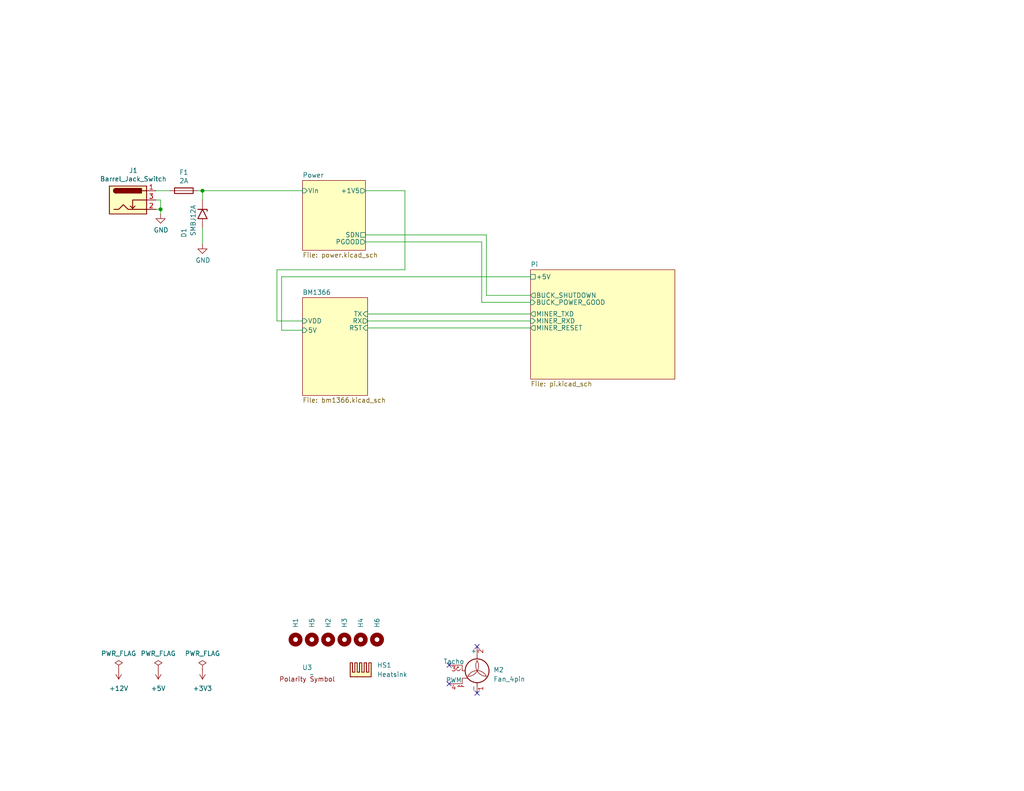
<source format=kicad_sch>
(kicad_sch (version 20230121) (generator eeschema)
  (paper "A")
  (title_block (title "BM1366 PiAxe") (date "2023-10-10") (rev "202"))
  (lib_symbols
    (symbol "Connector:Barrel_Jack_Switch" (pin_names hide)
      (property "Reference" "J" (at 0 5.334 0))
      (property "Value" "Barrel_Jack_Switch" (at 0 -5.08 0))
      (symbol "Barrel_Jack_Switch_0_1"
        (rectangle (start -5.08 3.81) (end 5.08 -3.81) (stroke (width 0.254)) (fill (type background)))
        (arc (start -3.302 3.175) (mid -3.9343 2.54) (end -3.302 1.905) (stroke (width 0.254)))
        (arc (start -3.302 3.175) (mid -3.9343 2.54) (end -3.302 1.905) (stroke (width 0.254)) (fill (type outline)))
        (polyline (pts (xy 1.27 -2.286) (xy 1.905 -1.651)) (stroke (width 0.254)))
        (polyline (pts (xy 5.08 2.54) (xy 3.81 2.54)) (stroke (width 0.254)))
        (polyline (pts (xy 5.08 0) (xy 1.27 0) (xy 1.27 -2.286) (xy 0.635 -1.651)) (stroke (width 0.254)))
        (polyline (pts (xy -3.81 -2.54) (xy -2.54 -2.54) (xy -1.27 -1.27) (xy 0 -2.54) (xy 2.54 -2.54) (xy 5.08 -2.54)) (stroke (width 0.254)))
        (rectangle (start 3.683 3.175) (end -3.302 1.905) (stroke (width 0.254)) (fill (type outline)))
      )
      (symbol "Barrel_Jack_Switch_1_1"
        (pin passive line (at 7.62 2.54 180) (length 2.54) (name "~") (number "1"))
        (pin passive line (at 7.62 -2.54 180) (length 2.54) (name "~") (number "2"))
        (pin passive line (at 7.62 0 180) (length 2.54) (name "~") (number "3"))
      )
    )
    (symbol "Device:Fuse" (pin_numbers hide) (pin_names (offset 0))
      (property "Reference" "F" (at 2.032 0 90))
      (property "Value" "Fuse" (at -1.905 0 90))
      (symbol "Fuse_0_1"
        (rectangle (start -0.762 -2.54) (end 0.762 2.54) (stroke (width 0.254)))
        (polyline (pts (xy 0 2.54) (xy 0 -2.54)))
      )
      (symbol "Fuse_1_1"
        (pin passive line (at 0 3.81 270) (length 1.27) (name "~") (number "1"))
        (pin passive line (at 0 -3.81 90) (length 1.27) (name "~") (number "2"))
      )
    )
    (symbol "Diode:5KPxxA" (pin_numbers hide) (pin_names (offset 1.016) hide)
      (property "Reference" "D" (at 0 2.54 0))
      (property "Value" "5KPxxA" (at 0 -2.54 0))
      (symbol "5KPxxA_0_1"
        (polyline (pts (xy -0.762 1.27) (xy -1.27 1.27) (xy -1.27 -1.27)) (stroke (width 0.254)))
        (polyline (pts (xy 1.27 1.27) (xy 1.27 -1.27) (xy -1.27 0) (xy 1.27 1.27)) (stroke (width 0.254)))
      )
      (symbol "5KPxxA_1_1"
        (pin passive line (at -3.81 0 0) (length 2.54) (name "A1") (number "1"))
        (pin passive line (at 3.81 0 180) (length 2.54) (name "A2") (number "2"))
      )
    )
    (symbol "Mechanical:Heatsink" (pin_names (offset 1.016))
      (property "Reference" "HS" (at 0 5.08 0))
      (property "Value" "Heatsink" (at 0 -1.27 0))
      (symbol "Heatsink_0_1"
        (polyline (pts (xy -0.3302 1.27) (xy -0.9652 1.27) (xy -0.9652 3.81) (xy -1.6002 3.81) (xy -1.6002 1.27) (xy -2.2352 1.27) (xy -2.2352 3.81) (xy -2.8702 3.81) (xy -2.8702 0) (xy -0.9652 0)) (stroke (width 0.254)) (fill (type background)))
        (polyline (pts (xy -0.3302 1.27) (xy -0.3302 3.81) (xy 0.3048 3.81) (xy 0.3048 1.27) (xy 0.9398 1.27) (xy 0.9398 3.81) (xy 1.5748 3.81) (xy 1.5748 1.27) (xy 2.2098 1.27) (xy 2.2098 3.81) (xy 2.8448 3.81) (xy 2.8448 0) (xy -0.9652 0)) (stroke (width 0.254)) (fill (type background)))
      )
    )
    (symbol "Mechanical:MountingHole" (pin_names (offset 1.016))
      (property "Reference" "H" (at 0 5.08 0))
      (property "Value" "MountingHole" (at 0 3.175 0))
      (symbol "MountingHole_0_1"
        (circle (center 0 0) (radius 1.27) (stroke (width 1.27)))
      )
    )
    (symbol "Motor:Fan_4pin" (pin_names (offset 0))
      (property "Reference" "M" (at 2.54 5.08 0))
      (property "Value" "Fan_4pin" (at 2.54 -2.54 0))
      (symbol "Fan_4pin_0_0"
        (arc (start -5.588 1.524) (mid -5.08 1.0182) (end -4.572 1.524))
        (arc (start -5.08 2.032) (mid -5.4392 1.8832) (end -5.588 1.524))
        (polyline (pts (xy -5.08 2.032) (xy -5.334 2.159)))
        (polyline (pts (xy -5.08 2.032) (xy -5.207 1.778)))
        (polyline (pts (xy -4.064 2.54) (xy -4.064 1.016) (xy -3.302 1.016)))
      )
      (symbol "Fan_4pin_0_1"
        (arc (start -2.54 -0.508) (mid 0.0028 0.9121) (end 0 3.81))
        (polyline (pts (xy -4.064 2.54) (xy -5.08 2.54)))
        (polyline (pts (xy 0 -5.08) (xy 0 -4.572)))
        (polyline (pts (xy 0 -2.2352) (xy 0 -2.6416)))
        (polyline (pts (xy 0 4.2672) (xy 0 4.6228)))
        (polyline (pts (xy 0 4.572) (xy 0 5.08)))
        (polyline (pts (xy -2.54 -1.016) (xy -4.064 -1.016) (xy -4.064 -2.54) (xy -5.08 -2.54)))
        (polyline (pts (xy -5.334 -3.302) (xy -5.08 -3.302) (xy -5.08 -3.048) (xy -4.826 -3.048) (xy -4.826 -3.302) (xy -4.318 -3.302) (xy -4.318 -3.048) (xy -4.064 -3.048) (xy -4.064 -3.302) (xy -3.556 -3.302)))
        (circle (center 0 1.016) (radius 3.2512) (stroke (width 0.254)))
        (arc (start 0 3.81) (mid 0.053 0.921) (end 2.54 -0.508))
        (arc (start 2.54 -0.508) (mid 0 1.0618) (end -2.54 -0.508))
      )
      (symbol "Fan_4pin_1_1"
        (pin passive line (at 0 -5.08 90) (length 2.54) (name "-") (number "1"))
        (pin passive line (at 0 7.62 270) (length 2.54) (name "+") (number "2"))
        (pin passive line (at -7.62 2.54 0) (length 2.54) (name "Tacho") (number "3"))
        (pin input line (at -7.62 -2.54 0) (length 2.54) (name "PWM") (number "4"))
      )
    )
    (symbol "bitaxe:polarity" (in_bom no)
      (property "Reference" "U" (at 0 0 0))
      (symbol "polarity_1_1"
        (text "Polarity Symbol" (at -1.27 -1.27 0) (effects (font (size 1.27 1.27))))
      )
    )
    (symbol "power:+12V" (power) (pin_names (offset 0))
      (property "Value" "+12V" (at 0 3.556 0))
      (symbol "+12V_0_1"
        (polyline (pts (xy -0.762 1.27) (xy 0 2.54)))
        (polyline (pts (xy 0 0) (xy 0 2.54)))
        (polyline (pts (xy 0 2.54) (xy 0.762 1.27)))
      )
      (symbol "+12V_1_1"
        (pin power_in line (at 0 0 90) (length 0) hide (name "+12V") (number "1"))
      )
    )
    (symbol "power:+3V3" (power) (pin_names (offset 0))
      (property "Value" "+3V3" (at 0 3.556 0))
      (symbol "+3V3_0_1"
        (polyline (pts (xy -0.762 1.27) (xy 0 2.54)))
        (polyline (pts (xy 0 0) (xy 0 2.54)))
        (polyline (pts (xy 0 2.54) (xy 0.762 1.27)))
      )
      (symbol "+3V3_1_1"
        (pin power_in line (at 0 0 90) (length 0) hide (name "+3V3") (number "1"))
      )
    )
    (symbol "power:+5V" (power) (pin_names (offset 0))
      (property "Value" "+5V" (at 0 3.556 0))
      (symbol "+5V_0_1"
        (polyline (pts (xy -0.762 1.27) (xy 0 2.54)))
        (polyline (pts (xy 0 0) (xy 0 2.54)))
        (polyline (pts (xy 0 2.54) (xy 0.762 1.27)))
      )
      (symbol "+5V_1_1"
        (pin power_in line (at 0 0 90) (length 0) hide (name "+5V") (number "1"))
      )
    )
    (symbol "power:GND" (power) (pin_names (offset 0))
      (property "Value" "GND" (at 0 -3.81 0))
      (symbol "GND_0_1"
        (polyline (pts (xy 0 0) (xy 0 -1.27) (xy 1.27 -1.27) (xy 0 -2.54) (xy -1.27 -1.27) (xy 0 -1.27)))
      )
      (symbol "GND_1_1"
        (pin power_in line (at 0 0 270) (length 0) hide (name "GND") (number "1"))
      )
    )
    (symbol "power:PWR_FLAG" (power) (pin_numbers hide) (pin_names (offset 0) hide)
      (property "Value" "PWR_FLAG" (at 0 3.81 0))
      (symbol "PWR_FLAG_0_0"
        (pin power_out line (at 0 0 90) (length 0) (name "pwr") (number "1"))
      )
      (symbol "PWR_FLAG_0_1"
        (polyline (pts (xy 0 0) (xy 0 1.27) (xy -1.016 1.905) (xy 0 2.54) (xy 1.016 1.905) (xy 0 1.27)))
      )
    )
  )
  (junction (at 55.245 52.07))
  (junction (at 43.815 57.15))
  (no_connect (at 130.175 176.53))
  (no_connect (at 130.175 189.23))
  (no_connect (at 122.555 186.69))
  (no_connect (at 122.555 181.61))
  (wire (pts (xy 110.49 73.66) (xy 75.565 73.66)))
  (wire (pts (xy 53.975 52.07) (xy 55.245 52.07)))
  (wire (pts (xy 100.33 87.63) (xy 144.78 87.63)))
  (wire (pts (xy 131.445 82.55) (xy 144.78 82.55)))
  (wire (pts (xy 132.715 64.135) (xy 132.715 80.645)))
  (wire (pts (xy 131.445 66.04) (xy 131.445 82.55)))
  (wire (pts (xy 132.715 80.645) (xy 144.78 80.645)))
  (wire (pts (xy 43.815 57.15) (xy 43.815 58.42)))
  (wire (pts (xy 110.49 52.07) (xy 110.49 73.66)))
  (wire (pts (xy 100.33 89.535) (xy 144.78 89.535)))
  (wire (pts (xy 42.545 54.61) (xy 43.815 54.61)))
  (wire (pts (xy 76.835 75.565) (xy 76.835 90.17)))
  (wire (pts (xy 75.565 87.63) (xy 82.55 87.63)))
  (wire (pts (xy 144.78 75.565) (xy 76.835 75.565)))
  (wire (pts (xy 55.245 54.61) (xy 55.245 52.07)))
  (wire (pts (xy 42.545 52.07) (xy 46.355 52.07)))
  (wire (pts (xy 76.835 90.17) (xy 82.55 90.17)))
  (wire (pts (xy 42.545 57.15) (xy 43.815 57.15)))
  (wire (pts (xy 43.815 54.61) (xy 43.815 57.15)))
  (wire (pts (xy 55.245 66.675) (xy 55.245 62.23)))
  (wire (pts (xy 100.33 85.725) (xy 144.78 85.725)))
  (wire (pts (xy 99.695 52.07) (xy 110.49 52.07)))
  (wire (pts (xy 75.565 73.66) (xy 75.565 87.63)))
  (wire (pts (xy 99.695 64.135) (xy 132.715 64.135)))
  (wire (pts (xy 55.245 52.07) (xy 82.55 52.07)))
  (wire (pts (xy 99.695 66.04) (xy 131.445 66.04)))
  (symbol (lib_id "Mechanical:MountingHole") (at 80.645 174.625 90) (unit 1)
    (property "Reference" "H1" (at 80.645 171.45 0) (effects (justify left)))
    (property "Value" "MountingHole" (effects hide))
    (property "Footprint" "MountingHole:MountingHole_3.2mm_M3_DIN965_Pad" (effects hide))
  )
  (symbol (lib_id "power:+3V3") (at 55.245 182.88 180) (unit 1)
    (property "Reference" "#PWR095" (effects hide))
    (property "Value" "+3V3" (at 55.245 187.96 0))
  )
  (symbol (lib_id "power:+5V") (at 43.18 182.88 180) (unit 1)
    (property "Reference" "#PWR021" (effects hide))
    (property "Value" "+5V" (at 43.18 187.96 0))
  )
  (symbol (lib_id "power:GND") (at 55.245 66.675 0) (unit 1)
    (property "Reference" "#PWR07" (effects hide))
    (property "Value" "GND" (at 55.372 71.0692 0))
  )
  (symbol (lib_id "Mechanical:MountingHole") (at 102.87 174.625 90) (unit 1)
    (property "Reference" "H6" (at 102.87 171.45 0) (effects (justify left)))
    (property "Value" "MountingHole" (effects hide))
    (property "Footprint" "MountingHole:MountingHole_3.2mm_M3_DIN965_Pad" (effects hide))
  )
  (symbol (lib_id "Mechanical:MountingHole") (at 85.09 174.625 90) (unit 1)
    (property "Reference" "H5" (at 85.09 171.45 0) (effects (justify left)))
    (property "Value" "MountingHole" (effects hide))
    (property "Footprint" "MountingHole:MountingHole_3.2mm_M3_DIN965_Pad" (effects hide))
  )
  (symbol (lib_id "Connector:Barrel_Jack_Switch") (at 34.925 54.61 0) (unit 1)
    (property "Reference" "J1" (at 36.3728 46.5582 0))
    (property "Value" "Barrel_Jack_Switch" (at 36.3728 48.8696 0))
    (property "Footprint" "Connector_BarrelJack:BarrelJack_CUI_PJ-102AH_Horizontal" (effects hide))
    (property "Distributor" "D" (effects hide))
    (property "Manufacturer" "PJ-102AH" (effects hide))
    (property "OrderNr" "CP-102AH-ND" (effects hide))
  )
  (symbol (lib_id "power:PWR_FLAG") (at 43.18 182.88 0) (unit 1)
    (property "Reference" "#FLG02" (effects hide))
    (property "Value" "PWR_FLAG" (at 43.18 178.435 0))
  )
  (symbol (lib_id "Mechanical:MountingHole") (at 89.535 174.625 90) (unit 1)
    (property "Reference" "H2" (at 89.535 171.45 0) (effects (justify left)))
    (property "Value" "MountingHole" (effects hide))
    (property "Footprint" "MountingHole:MountingHole_3.2mm_M3_DIN965_Pad" (effects hide))
  )
  (symbol (lib_id "Diode:5KPxxA") (at 55.245 58.42 270) (unit 1)
    (property "Reference" "D1" (at 50.165 62.23 0) (effects (justify left)))
    (property "Value" "SMBJ12A" (at 52.705 55.88 0) (effects (justify left)))
    (property "Footprint" "Diode_SMD:D_SMB" (effects hide))
    (property "Distributor" "D" (effects hide))
    (property "Manufacturer" "SMBJ12A" (effects hide))
    (property "OrderNr" "SMBJ12ALFCT-ND" (effects hide))
  )
  (symbol (lib_id "Motor:Fan_4pin") (at 130.175 184.15 0) (unit 1) (on_board no)
    (property "Reference" "M2" (at 134.62 182.88 0) (effects (justify left)))
    (property "Value" "Fan_4pin" (at 134.62 185.42 0) (effects (justify left)))
    (property "Datasheet" "http://www.formfactors.org/developer%5Cspecs%5Crev1_2_public.pdf" (effects hide))
    (property "Distributor" "X" (effects hide))
    (property "Manufacturer" " Noctua NF-A4x10 5V" (effects hide))
  )
  (symbol (lib_id "power:GND") (at 43.815 58.42 0) (unit 1)
    (property "Reference" "#PWR06" (effects hide))
    (property "Value" "GND" (at 43.942 62.8142 0))
  )
  (symbol (lib_id "power:+12V") (at 32.385 182.88 180) (unit 1)
    (property "Reference" "#PWR093" (effects hide))
    (property "Value" "+12V" (at 32.385 187.96 0))
  )
  (symbol (lib_id "Mechanical:MountingHole") (at 98.425 174.625 90) (unit 1)
    (property "Reference" "H4" (at 98.425 171.45 0) (effects (justify left)))
    (property "Value" "MountingHole" (effects hide))
    (property "Footprint" "MountingHole:MountingHole_3.2mm_M3_DIN965_Pad" (effects hide))
  )
  (symbol (lib_id "Mechanical:MountingHole") (at 93.98 174.625 90) (unit 1)
    (property "Reference" "H3" (at 93.98 171.45 0) (effects (justify left)))
    (property "Value" "MountingHole" (effects hide))
    (property "Footprint" "MountingHole:MountingHole_3.2mm_M3_DIN965_Pad" (effects hide))
  )
  (symbol (lib_id "power:PWR_FLAG") (at 32.385 182.88 0) (unit 1)
    (property "Reference" "#FLG01" (effects hide))
    (property "Value" "PWR_FLAG" (at 32.385 178.435 0))
  )
  (symbol (lib_id "power:PWR_FLAG") (at 55.245 182.88 0) (unit 1)
    (property "Reference" "#FLG03" (effects hide))
    (property "Value" "PWR_FLAG" (at 55.245 178.435 0))
  )
  (symbol (lib_id "bitaxe:polarity") (at 85.09 184.15 0) (unit 1) (in_bom no)
    (property "Reference" "U3" (at 83.82 182.245 0))
    (property "Value" "~" (at 85.09 184.15 0))
    (property "Footprint" "bitaxe:polarity" (effects hide))
    (property "Distributor" "-" (effects hide))
  )
  (symbol (lib_id "Mechanical:Heatsink") (at 98.425 184.785 0) (unit 1) (on_board no)
    (property "Reference" "HS1" (at 102.87 181.61 0) (effects (justify left)))
    (property "Value" "Heatsink" (at 102.87 184.15 0) (effects (justify left)))
    (property "Distributor" "D" (effects hide))
    (property "Manufacturer" "ATS-CPX040040020-115-C1-R0" (effects hide))
    (property "OrderNr" "ATS35987-ND" (effects hide))
  )
  (symbol (lib_id "Device:Fuse") (at 50.165 52.07 270) (unit 1)
    (property "Reference" "F1" (at 50.165 47.0662 90))
    (property "Value" "2A" (at 50.165 49.3776 90))
    (property "Footprint" "myfootprints:fuseholder_littlefuse_blok" (effects hide))
    (property "Distributor" "D" (effects hide))
    (property "Manufacturer" "0154002.DR" (effects hide))
    (property "OrderNr" "F1224CT-ND" (effects hide))
  )
  (sheet (at 82.55 81.28) (size 17.78 26.67) (stroke (width 0.1524)) (fill (color 255 255 194 1.0000))
    (property "Sheetname" "BM1366" (at 82.55 80.5684 0) (effects (justify left bottom)))
    (property "Sheetfile" "bm1366.kicad_sch" (at 82.55 108.5346 0) (effects (justify left top)))
    (pin "TX" input (at 100.33 85.725 0))
    (pin "RX" output (at 100.33 87.63 0))
    (pin "RST" input (at 100.33 89.535 0))
    (pin "5V" input (at 82.55 90.17 180))
    (pin "VDD" input (at 82.55 87.63 180))
  )
  (sheet (at 82.55 49.276) (size 17.145 19.05) (stroke (width 0.1524)) (fill (color 255 255 194 1.0000))
    (property "Sheetname" "Power" (at 82.55 48.5644 0) (effects (justify left bottom)))
    (property "Sheetfile" "power.kicad_sch" (at 82.55 68.9106 0) (effects (justify left top)))
    (pin "PGOOD" output (at 99.695 66.04 0))
    (pin "+1V5" output (at 99.695 52.07 0))
    (pin "SDN" passive (at 99.695 64.135 0))
    (pin "VIn" input (at 82.55 52.07 180))
  )
  (sheet (at 144.78 73.66) (size 39.37 29.845) (stroke (width 0.1524)) (fill (color 255 255 194 1.0000))
    (property "Sheetname" "Pi" (at 144.78 72.9484 0) (effects (justify left bottom)))
    (property "Sheetfile" "pi.kicad_sch" (at 144.78 104.0896 0) (effects (justify left top)))
    (pin "+5V" passive (at 144.78 75.565 180))
    (pin "MINER_TXD" output (at 144.78 85.725 180))
    (pin "MINER_RXD" input (at 144.78 87.63 180))
    (pin "BUCK_SHUTDOWN" output (at 144.78 80.645 180))
    (pin "BUCK_POWER_GOOD" input (at 144.78 82.55 180))
    (pin "MINER_RESET" output (at 144.78 89.535 180))
  )
)
</source>
